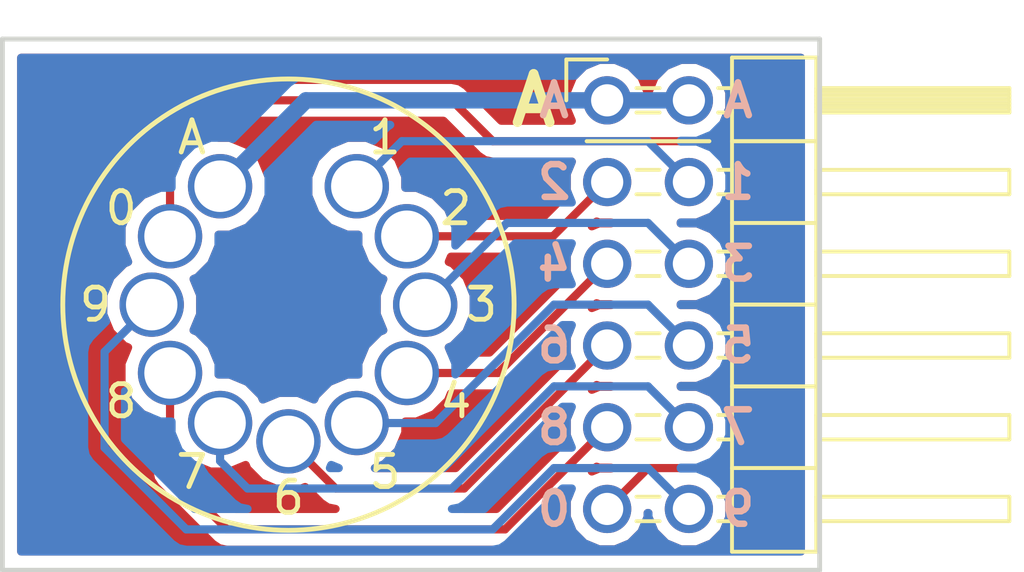
<source format=kicad_pcb>
(kicad_pcb (version 4) (host pcbnew 4.0.6)

  (general
    (links 12)
    (no_connects 0)
    (area 133.909999 93.904999 159.460001 110.565001)
    (thickness 1.6)
    (drawings 18)
    (tracks 48)
    (zones 0)
    (modules 2)
    (nets 12)
  )

  (page A4)
  (layers
    (0 F.Cu signal)
    (31 B.Cu signal)
    (36 B.SilkS user)
    (37 F.SilkS user)
    (38 B.Mask user)
    (39 F.Mask user)
    (44 Edge.Cuts user)
  )

  (setup
    (last_trace_width 0.508)
    (trace_clearance 0.1524)
    (zone_clearance 0.381)
    (zone_45_only yes)
    (trace_min 0.1524)
    (segment_width 0.2)
    (edge_width 0.15)
    (via_size 0.508)
    (via_drill 0.254)
    (via_min_size 0.508)
    (via_min_drill 0.254)
    (uvia_size 0.254)
    (uvia_drill 0.127)
    (uvias_allowed no)
    (uvia_min_size 0.254)
    (uvia_min_drill 0.127)
    (pcb_text_width 0.3)
    (pcb_text_size 1.5 1.5)
    (mod_edge_width 0.15)
    (mod_text_size 1 1)
    (mod_text_width 0.15)
    (pad_size 1.5 1.5)
    (pad_drill 1)
    (pad_to_mask_clearance 0.2)
    (aux_axis_origin 0 0)
    (visible_elements 7FFFFF7F)
    (pcbplotparams
      (layerselection 0x00030_80000001)
      (usegerberextensions false)
      (excludeedgelayer true)
      (linewidth 0.100000)
      (plotframeref false)
      (viasonmask false)
      (mode 1)
      (useauxorigin false)
      (hpglpennumber 1)
      (hpglpenspeed 20)
      (hpglpendiameter 15)
      (hpglpenoverlay 2)
      (psnegative false)
      (psa4output false)
      (plotreference true)
      (plotvalue true)
      (plotinvisibletext false)
      (padsonsilk false)
      (subtractmaskfromsilk false)
      (outputformat 1)
      (mirror false)
      (drillshape 1)
      (scaleselection 1)
      (outputdirectory ""))
  )

  (net 0 "")
  (net 1 /0)
  (net 2 /9)
  (net 3 /8)
  (net 4 /7)
  (net 5 /6)
  (net 6 /5)
  (net 7 /4)
  (net 8 /3)
  (net 9 /2)
  (net 10 /1)
  (net 11 /A)

  (net_class Default "This is the default net class."
    (clearance 0.1524)
    (trace_width 0.508)
    (via_dia 0.508)
    (via_drill 0.254)
    (uvia_dia 0.254)
    (uvia_drill 0.127)
    (add_net /A)
  )

  (net_class Cathode ""
    (clearance 0.1524)
    (trace_width 0.254)
    (via_dia 0.508)
    (via_drill 0.254)
    (uvia_dia 0.254)
    (uvia_drill 0.127)
    (add_net /0)
    (add_net /1)
    (add_net /2)
    (add_net /3)
    (add_net /4)
    (add_net /5)
    (add_net /6)
    (add_net /7)
    (add_net /8)
    (add_net /9)
  )

  (module "Custom Parts:IN-8" (layer F.Cu) (tedit 5913FEA4) (tstamp 59101982)
    (at 142.875 102.235)
    (path /590F8FF1)
    (fp_text reference T1 (at 0 0) (layer F.SilkS) hide
      (effects (font (size 1 1) (thickness 0.15)))
    )
    (fp_text value IN-8 (at 0 -1.27) (layer F.Fab) hide
      (effects (font (size 1 1) (thickness 0.15)))
    )
    (fp_circle (center 0 0) (end 6.985 -0.635) (layer F.SilkS) (width 0.15))
    (fp_text user 9 (at -6 0) (layer F.SilkS)
      (effects (font (size 1 1) (thickness 0.15)))
    )
    (fp_text user 8 (at -5.2 3) (layer F.SilkS)
      (effects (font (size 1 1) (thickness 0.15)))
    )
    (fp_text user 7 (at -3 5.2) (layer F.SilkS)
      (effects (font (size 1 1) (thickness 0.15)))
    )
    (fp_text user 6 (at 0 6) (layer F.SilkS)
      (effects (font (size 1 1) (thickness 0.15)))
    )
    (fp_text user 5 (at 3 5.2) (layer F.SilkS)
      (effects (font (size 1 1) (thickness 0.15)))
    )
    (fp_text user 4 (at 5.2 3) (layer F.SilkS)
      (effects (font (size 1 1) (thickness 0.15)))
    )
    (fp_text user 3 (at 6 0) (layer F.SilkS)
      (effects (font (size 1 1) (thickness 0.15)))
    )
    (fp_text user 2 (at 5.2 -3) (layer F.SilkS)
      (effects (font (size 1 1) (thickness 0.15)))
    )
    (fp_text user 1 (at 3 -5.2) (layer F.SilkS)
      (effects (font (size 1 1) (thickness 0.15)))
    )
    (fp_text user 0 (at -5.2 -3) (layer F.SilkS)
      (effects (font (size 1 1) (thickness 0.15)))
    )
    (fp_text user A (at -3 -5.2) (layer F.SilkS)
      (effects (font (size 1 1) (thickness 0.15)))
    )
    (pad 11 thru_hole circle (at -2.125 -3.68) (size 2 2) (drill 1.6) (layers *.Cu *.Mask)
      (net 11 /A))
    (pad 10 thru_hole circle (at -3.68 -2.125) (size 2 2) (drill 1.6) (layers *.Cu *.Mask)
      (net 1 /0))
    (pad 9 thru_hole circle (at -4.25 0) (size 2 2) (drill 1.6) (layers *.Cu *.Mask)
      (net 2 /9))
    (pad 8 thru_hole circle (at -3.68 2.125) (size 2 2) (drill 1.6) (layers *.Cu *.Mask)
      (net 3 /8))
    (pad 7 thru_hole circle (at -2.125 3.68) (size 2 2) (drill 1.6) (layers *.Cu *.Mask)
      (net 4 /7))
    (pad 6 thru_hole circle (at 0 4.25) (size 2 2) (drill 1.6) (layers *.Cu *.Mask)
      (net 5 /6))
    (pad 5 thru_hole circle (at 2.125 3.68) (size 2 2) (drill 1.6) (layers *.Cu *.Mask)
      (net 6 /5))
    (pad 4 thru_hole circle (at 3.68 2.125) (size 2 2) (drill 1.6) (layers *.Cu *.Mask)
      (net 7 /4))
    (pad 2 thru_hole circle (at 3.68 -2.125) (size 2 2) (drill 1.6) (layers *.Cu *.Mask)
      (net 9 /2))
    (pad 1 thru_hole circle (at 2.125 -3.68) (size 2 2) (drill 1.6) (layers *.Cu *.Mask)
      (net 10 /1))
    (pad 3 thru_hole circle (at 4.25 0) (size 2 2) (drill 1.6) (layers *.Cu *.Mask)
      (net 8 /3))
  )

  (module Pin_Headers:Pin_Header_Angled_2x06_Pitch2.54mm (layer F.Cu) (tedit 5913FEA6) (tstamp 59101967)
    (at 152.781 95.885)
    (descr "Through hole angled pin header, 2x06, 2.54mm pitch, 6mm pin length, double rows")
    (tags "Through hole angled pin header THT 2x06 2.54mm double row")
    (path /591006B6)
    (fp_text reference J1 (at 5.585 -2.27) (layer F.SilkS) hide
      (effects (font (size 1 1) (thickness 0.15)))
    )
    (fp_text value CONN_02X06 (at 5.585 14.97) (layer F.Fab) hide
      (effects (font (size 1 1) (thickness 0.15)))
    )
    (fp_line (start 3.94 -1.27) (end 3.94 1.27) (layer F.Fab) (width 0.1))
    (fp_line (start 3.94 1.27) (end 6.44 1.27) (layer F.Fab) (width 0.1))
    (fp_line (start 6.44 1.27) (end 6.44 -1.27) (layer F.Fab) (width 0.1))
    (fp_line (start 6.44 -1.27) (end 3.94 -1.27) (layer F.Fab) (width 0.1))
    (fp_line (start 0 -0.32) (end 0 0.32) (layer F.Fab) (width 0.1))
    (fp_line (start 0 0.32) (end 12.44 0.32) (layer F.Fab) (width 0.1))
    (fp_line (start 12.44 0.32) (end 12.44 -0.32) (layer F.Fab) (width 0.1))
    (fp_line (start 12.44 -0.32) (end 0 -0.32) (layer F.Fab) (width 0.1))
    (fp_line (start 3.94 1.27) (end 3.94 3.81) (layer F.Fab) (width 0.1))
    (fp_line (start 3.94 3.81) (end 6.44 3.81) (layer F.Fab) (width 0.1))
    (fp_line (start 6.44 3.81) (end 6.44 1.27) (layer F.Fab) (width 0.1))
    (fp_line (start 6.44 1.27) (end 3.94 1.27) (layer F.Fab) (width 0.1))
    (fp_line (start 0 2.22) (end 0 2.86) (layer F.Fab) (width 0.1))
    (fp_line (start 0 2.86) (end 12.44 2.86) (layer F.Fab) (width 0.1))
    (fp_line (start 12.44 2.86) (end 12.44 2.22) (layer F.Fab) (width 0.1))
    (fp_line (start 12.44 2.22) (end 0 2.22) (layer F.Fab) (width 0.1))
    (fp_line (start 3.94 3.81) (end 3.94 6.35) (layer F.Fab) (width 0.1))
    (fp_line (start 3.94 6.35) (end 6.44 6.35) (layer F.Fab) (width 0.1))
    (fp_line (start 6.44 6.35) (end 6.44 3.81) (layer F.Fab) (width 0.1))
    (fp_line (start 6.44 3.81) (end 3.94 3.81) (layer F.Fab) (width 0.1))
    (fp_line (start 0 4.76) (end 0 5.4) (layer F.Fab) (width 0.1))
    (fp_line (start 0 5.4) (end 12.44 5.4) (layer F.Fab) (width 0.1))
    (fp_line (start 12.44 5.4) (end 12.44 4.76) (layer F.Fab) (width 0.1))
    (fp_line (start 12.44 4.76) (end 0 4.76) (layer F.Fab) (width 0.1))
    (fp_line (start 3.94 6.35) (end 3.94 8.89) (layer F.Fab) (width 0.1))
    (fp_line (start 3.94 8.89) (end 6.44 8.89) (layer F.Fab) (width 0.1))
    (fp_line (start 6.44 8.89) (end 6.44 6.35) (layer F.Fab) (width 0.1))
    (fp_line (start 6.44 6.35) (end 3.94 6.35) (layer F.Fab) (width 0.1))
    (fp_line (start 0 7.3) (end 0 7.94) (layer F.Fab) (width 0.1))
    (fp_line (start 0 7.94) (end 12.44 7.94) (layer F.Fab) (width 0.1))
    (fp_line (start 12.44 7.94) (end 12.44 7.3) (layer F.Fab) (width 0.1))
    (fp_line (start 12.44 7.3) (end 0 7.3) (layer F.Fab) (width 0.1))
    (fp_line (start 3.94 8.89) (end 3.94 11.43) (layer F.Fab) (width 0.1))
    (fp_line (start 3.94 11.43) (end 6.44 11.43) (layer F.Fab) (width 0.1))
    (fp_line (start 6.44 11.43) (end 6.44 8.89) (layer F.Fab) (width 0.1))
    (fp_line (start 6.44 8.89) (end 3.94 8.89) (layer F.Fab) (width 0.1))
    (fp_line (start 0 9.84) (end 0 10.48) (layer F.Fab) (width 0.1))
    (fp_line (start 0 10.48) (end 12.44 10.48) (layer F.Fab) (width 0.1))
    (fp_line (start 12.44 10.48) (end 12.44 9.84) (layer F.Fab) (width 0.1))
    (fp_line (start 12.44 9.84) (end 0 9.84) (layer F.Fab) (width 0.1))
    (fp_line (start 3.94 11.43) (end 3.94 13.97) (layer F.Fab) (width 0.1))
    (fp_line (start 3.94 13.97) (end 6.44 13.97) (layer F.Fab) (width 0.1))
    (fp_line (start 6.44 13.97) (end 6.44 11.43) (layer F.Fab) (width 0.1))
    (fp_line (start 6.44 11.43) (end 3.94 11.43) (layer F.Fab) (width 0.1))
    (fp_line (start 0 12.38) (end 0 13.02) (layer F.Fab) (width 0.1))
    (fp_line (start 0 13.02) (end 12.44 13.02) (layer F.Fab) (width 0.1))
    (fp_line (start 12.44 13.02) (end 12.44 12.38) (layer F.Fab) (width 0.1))
    (fp_line (start 12.44 12.38) (end 0 12.38) (layer F.Fab) (width 0.1))
    (fp_line (start 3.88 -1.33) (end 3.88 1.27) (layer F.SilkS) (width 0.12))
    (fp_line (start 3.88 1.27) (end 6.5 1.27) (layer F.SilkS) (width 0.12))
    (fp_line (start 6.5 1.27) (end 6.5 -1.33) (layer F.SilkS) (width 0.12))
    (fp_line (start 6.5 -1.33) (end 3.88 -1.33) (layer F.SilkS) (width 0.12))
    (fp_line (start 6.5 -0.38) (end 6.5 0.38) (layer F.SilkS) (width 0.12))
    (fp_line (start 6.5 0.38) (end 12.5 0.38) (layer F.SilkS) (width 0.12))
    (fp_line (start 12.5 0.38) (end 12.5 -0.38) (layer F.SilkS) (width 0.12))
    (fp_line (start 12.5 -0.38) (end 6.5 -0.38) (layer F.SilkS) (width 0.12))
    (fp_line (start 3.45 -0.38) (end 3.88 -0.38) (layer F.SilkS) (width 0.12))
    (fp_line (start 3.45 0.38) (end 3.88 0.38) (layer F.SilkS) (width 0.12))
    (fp_line (start 0.91 -0.38) (end 1.63 -0.38) (layer F.SilkS) (width 0.12))
    (fp_line (start 0.91 0.38) (end 1.63 0.38) (layer F.SilkS) (width 0.12))
    (fp_line (start 6.5 -0.26) (end 12.5 -0.26) (layer F.SilkS) (width 0.12))
    (fp_line (start 6.5 -0.14) (end 12.5 -0.14) (layer F.SilkS) (width 0.12))
    (fp_line (start 6.5 -0.02) (end 12.5 -0.02) (layer F.SilkS) (width 0.12))
    (fp_line (start 6.5 0.1) (end 12.5 0.1) (layer F.SilkS) (width 0.12))
    (fp_line (start 6.5 0.22) (end 12.5 0.22) (layer F.SilkS) (width 0.12))
    (fp_line (start 6.5 0.34) (end 12.5 0.34) (layer F.SilkS) (width 0.12))
    (fp_line (start 3.88 1.27) (end 3.88 3.81) (layer F.SilkS) (width 0.12))
    (fp_line (start 3.88 3.81) (end 6.5 3.81) (layer F.SilkS) (width 0.12))
    (fp_line (start 6.5 3.81) (end 6.5 1.27) (layer F.SilkS) (width 0.12))
    (fp_line (start 6.5 1.27) (end 3.88 1.27) (layer F.SilkS) (width 0.12))
    (fp_line (start 6.5 2.16) (end 6.5 2.92) (layer F.SilkS) (width 0.12))
    (fp_line (start 6.5 2.92) (end 12.5 2.92) (layer F.SilkS) (width 0.12))
    (fp_line (start 12.5 2.92) (end 12.5 2.16) (layer F.SilkS) (width 0.12))
    (fp_line (start 12.5 2.16) (end 6.5 2.16) (layer F.SilkS) (width 0.12))
    (fp_line (start 3.45 2.16) (end 3.88 2.16) (layer F.SilkS) (width 0.12))
    (fp_line (start 3.45 2.92) (end 3.88 2.92) (layer F.SilkS) (width 0.12))
    (fp_line (start 0.91 2.16) (end 1.63 2.16) (layer F.SilkS) (width 0.12))
    (fp_line (start 0.91 2.92) (end 1.63 2.92) (layer F.SilkS) (width 0.12))
    (fp_line (start 3.88 3.81) (end 3.88 6.35) (layer F.SilkS) (width 0.12))
    (fp_line (start 3.88 6.35) (end 6.5 6.35) (layer F.SilkS) (width 0.12))
    (fp_line (start 6.5 6.35) (end 6.5 3.81) (layer F.SilkS) (width 0.12))
    (fp_line (start 6.5 3.81) (end 3.88 3.81) (layer F.SilkS) (width 0.12))
    (fp_line (start 6.5 4.7) (end 6.5 5.46) (layer F.SilkS) (width 0.12))
    (fp_line (start 6.5 5.46) (end 12.5 5.46) (layer F.SilkS) (width 0.12))
    (fp_line (start 12.5 5.46) (end 12.5 4.7) (layer F.SilkS) (width 0.12))
    (fp_line (start 12.5 4.7) (end 6.5 4.7) (layer F.SilkS) (width 0.12))
    (fp_line (start 3.45 4.7) (end 3.88 4.7) (layer F.SilkS) (width 0.12))
    (fp_line (start 3.45 5.46) (end 3.88 5.46) (layer F.SilkS) (width 0.12))
    (fp_line (start 0.91 4.7) (end 1.63 4.7) (layer F.SilkS) (width 0.12))
    (fp_line (start 0.91 5.46) (end 1.63 5.46) (layer F.SilkS) (width 0.12))
    (fp_line (start 3.88 6.35) (end 3.88 8.89) (layer F.SilkS) (width 0.12))
    (fp_line (start 3.88 8.89) (end 6.5 8.89) (layer F.SilkS) (width 0.12))
    (fp_line (start 6.5 8.89) (end 6.5 6.35) (layer F.SilkS) (width 0.12))
    (fp_line (start 6.5 6.35) (end 3.88 6.35) (layer F.SilkS) (width 0.12))
    (fp_line (start 6.5 7.24) (end 6.5 8) (layer F.SilkS) (width 0.12))
    (fp_line (start 6.5 8) (end 12.5 8) (layer F.SilkS) (width 0.12))
    (fp_line (start 12.5 8) (end 12.5 7.24) (layer F.SilkS) (width 0.12))
    (fp_line (start 12.5 7.24) (end 6.5 7.24) (layer F.SilkS) (width 0.12))
    (fp_line (start 3.45 7.24) (end 3.88 7.24) (layer F.SilkS) (width 0.12))
    (fp_line (start 3.45 8) (end 3.88 8) (layer F.SilkS) (width 0.12))
    (fp_line (start 0.91 7.24) (end 1.63 7.24) (layer F.SilkS) (width 0.12))
    (fp_line (start 0.91 8) (end 1.63 8) (layer F.SilkS) (width 0.12))
    (fp_line (start 3.88 8.89) (end 3.88 11.43) (layer F.SilkS) (width 0.12))
    (fp_line (start 3.88 11.43) (end 6.5 11.43) (layer F.SilkS) (width 0.12))
    (fp_line (start 6.5 11.43) (end 6.5 8.89) (layer F.SilkS) (width 0.12))
    (fp_line (start 6.5 8.89) (end 3.88 8.89) (layer F.SilkS) (width 0.12))
    (fp_line (start 6.5 9.78) (end 6.5 10.54) (layer F.SilkS) (width 0.12))
    (fp_line (start 6.5 10.54) (end 12.5 10.54) (layer F.SilkS) (width 0.12))
    (fp_line (start 12.5 10.54) (end 12.5 9.78) (layer F.SilkS) (width 0.12))
    (fp_line (start 12.5 9.78) (end 6.5 9.78) (layer F.SilkS) (width 0.12))
    (fp_line (start 3.45 9.78) (end 3.88 9.78) (layer F.SilkS) (width 0.12))
    (fp_line (start 3.45 10.54) (end 3.88 10.54) (layer F.SilkS) (width 0.12))
    (fp_line (start 0.91 9.78) (end 1.63 9.78) (layer F.SilkS) (width 0.12))
    (fp_line (start 0.91 10.54) (end 1.63 10.54) (layer F.SilkS) (width 0.12))
    (fp_line (start 3.88 11.43) (end 3.88 14.03) (layer F.SilkS) (width 0.12))
    (fp_line (start 3.88 14.03) (end 6.5 14.03) (layer F.SilkS) (width 0.12))
    (fp_line (start 6.5 14.03) (end 6.5 11.43) (layer F.SilkS) (width 0.12))
    (fp_line (start 6.5 11.43) (end 3.88 11.43) (layer F.SilkS) (width 0.12))
    (fp_line (start 6.5 12.32) (end 6.5 13.08) (layer F.SilkS) (width 0.12))
    (fp_line (start 6.5 13.08) (end 12.5 13.08) (layer F.SilkS) (width 0.12))
    (fp_line (start 12.5 13.08) (end 12.5 12.32) (layer F.SilkS) (width 0.12))
    (fp_line (start 12.5 12.32) (end 6.5 12.32) (layer F.SilkS) (width 0.12))
    (fp_line (start 3.45 12.32) (end 3.88 12.32) (layer F.SilkS) (width 0.12))
    (fp_line (start 3.45 13.08) (end 3.88 13.08) (layer F.SilkS) (width 0.12))
    (fp_line (start 0.91 12.32) (end 1.63 12.32) (layer F.SilkS) (width 0.12))
    (fp_line (start 0.91 13.08) (end 1.63 13.08) (layer F.SilkS) (width 0.12))
    (fp_line (start -1.27 0) (end -1.27 -1.27) (layer F.SilkS) (width 0.12))
    (fp_line (start -1.27 -1.27) (end 0 -1.27) (layer F.SilkS) (width 0.12))
    (fp_line (start -1.8 -1.8) (end -1.8 14.5) (layer F.CrtYd) (width 0.05))
    (fp_line (start -1.8 14.5) (end 12.95 14.5) (layer F.CrtYd) (width 0.05))
    (fp_line (start 12.95 14.5) (end 12.95 -1.8) (layer F.CrtYd) (width 0.05))
    (fp_line (start 12.95 -1.8) (end -1.8 -1.8) (layer F.CrtYd) (width 0.05))
    (fp_text user %R (at 5.585 -2.27) (layer F.Fab)
      (effects (font (size 1 1) (thickness 0.15)))
    )
    (pad 1 thru_hole circle (at 0 0) (size 1.5 1.5) (drill 1) (layers *.Cu *.Mask)
      (net 11 /A))
    (pad 2 thru_hole circle (at 2.54 0) (size 1.5 1.5) (drill 1) (layers *.Cu *.Mask)
      (net 11 /A))
    (pad 3 thru_hole circle (at 0 2.54) (size 1.5 1.5) (drill 1) (layers *.Cu *.Mask)
      (net 9 /2))
    (pad 4 thru_hole circle (at 2.54 2.54) (size 1.5 1.5) (drill 1) (layers *.Cu *.Mask)
      (net 10 /1))
    (pad 5 thru_hole circle (at 0 5.08) (size 1.5 1.5) (drill 1) (layers *.Cu *.Mask)
      (net 7 /4))
    (pad 6 thru_hole circle (at 2.54 5.08) (size 1.5 1.5) (drill 1) (layers *.Cu *.Mask)
      (net 8 /3))
    (pad 7 thru_hole circle (at 0 7.62) (size 1.5 1.5) (drill 1) (layers *.Cu *.Mask)
      (net 5 /6))
    (pad 8 thru_hole circle (at 2.54 7.62) (size 1.5 1.5) (drill 1) (layers *.Cu *.Mask)
      (net 6 /5))
    (pad 9 thru_hole circle (at 0 10.16) (size 1.5 1.5) (drill 1) (layers *.Cu *.Mask)
      (net 3 /8))
    (pad 10 thru_hole circle (at 2.54 10.16) (size 1.5 1.5) (drill 1) (layers *.Cu *.Mask)
      (net 4 /7))
    (pad 11 thru_hole circle (at 0 12.7) (size 1.5 1.5) (drill 1) (layers *.Cu *.Mask)
      (net 1 /0))
    (pad 12 thru_hole circle (at 2.54 12.7) (size 1.5 1.5) (drill 1) (layers *.Cu *.Mask)
      (net 2 /9))
    (model ${KISYS3DMOD}/Pin_Headers.3dshapes/Pin_Header_Angled_2x06_Pitch2.54mm.wrl
      (at (xyz 0.05 -0.25 0))
      (scale (xyz 1 1 1))
      (rotate (xyz 0 0 90))
    )
  )

  (gr_line (start 133.985 93.98) (end 133.985 110.49) (angle 90) (layer Edge.Cuts) (width 0.15))
  (gr_line (start 159.385 93.98) (end 159.385 110.49) (angle 90) (layer Edge.Cuts) (width 0.15))
  (gr_text A (at 151.13 95.885) (layer B.SilkS)
    (effects (font (size 1.016 1.016) (thickness 0.2032)) (justify mirror))
  )
  (gr_text A (at 156.845 95.885) (layer B.SilkS)
    (effects (font (size 1.016 1.016) (thickness 0.2032)) (justify mirror))
  )
  (gr_text 1 (at 156.845 98.425) (layer B.SilkS)
    (effects (font (size 1.016 1.016) (thickness 0.2032)) (justify mirror))
  )
  (gr_text 3 (at 156.845 100.965) (layer B.SilkS)
    (effects (font (size 1.016 1.016) (thickness 0.2032)) (justify mirror))
  )
  (gr_text 5 (at 156.845 103.505) (layer B.SilkS)
    (effects (font (size 1.016 1.016) (thickness 0.2032)) (justify mirror))
  )
  (gr_text 7 (at 156.845 106.045) (layer B.SilkS)
    (effects (font (size 1.016 1.016) (thickness 0.2032)) (justify mirror))
  )
  (gr_text 9 (at 156.845 108.585) (layer B.SilkS)
    (effects (font (size 1.016 1.016) (thickness 0.2032)) (justify mirror))
  )
  (gr_text 0 (at 151.13 108.585) (layer B.SilkS)
    (effects (font (size 1.016 1.016) (thickness 0.2032)) (justify mirror))
  )
  (gr_text 8 (at 151.13 106.045) (layer B.SilkS)
    (effects (font (size 1.016 1.016) (thickness 0.2032)) (justify mirror))
  )
  (gr_text 6 (at 151.13 103.505) (layer B.SilkS)
    (effects (font (size 1.016 1.016) (thickness 0.2032)) (justify mirror))
  )
  (gr_text 4 (at 151.13 100.965) (layer B.SilkS)
    (effects (font (size 1.016 1.016) (thickness 0.2032)) (justify mirror))
  )
  (gr_text 2 (at 151.13 98.425) (layer B.SilkS)
    (effects (font (size 1.016 1.016) (thickness 0.2032)) (justify mirror))
  )
  (gr_line (start 152.146 97.155) (end 155.956 97.155) (angle 90) (layer F.SilkS) (width 0.127))
  (gr_text A (at 150.495 95.885) (layer F.SilkS)
    (effects (font (size 1.5 1.5) (thickness 0.3)))
  )
  (gr_line (start 159.385 93.98) (end 133.985 93.98) (angle 90) (layer Edge.Cuts) (width 0.15))
  (gr_line (start 133.985 110.49) (end 159.385 110.49) (angle 90) (layer Edge.Cuts) (width 0.15))

  (segment (start 144.145 95.885) (end 140.97 95.885) (width 0.254) (layer F.Cu) (net 1))
  (segment (start 139.195 97.66) (end 139.195 100.11) (width 0.254) (layer F.Cu) (net 1) (tstamp 59102864))
  (segment (start 140.97 95.885) (end 139.195 97.66) (width 0.254) (layer F.Cu) (net 1) (tstamp 59102863))
  (segment (start 152.781 108.585) (end 154.051 107.315) (width 0.254) (layer F.Cu) (net 1))
  (segment (start 147.955 95.885) (end 144.145 95.885) (width 0.254) (layer F.Cu) (net 1) (tstamp 59102839))
  (segment (start 149.225 97.155) (end 147.955 95.885) (width 0.254) (layer F.Cu) (net 1) (tstamp 59102838))
  (segment (start 156.21 97.155) (end 149.225 97.155) (width 0.254) (layer F.Cu) (net 1) (tstamp 59102837))
  (segment (start 156.845 97.79) (end 156.21 97.155) (width 0.254) (layer F.Cu) (net 1) (tstamp 59102836))
  (segment (start 156.845 106.68) (end 156.845 97.79) (width 0.254) (layer F.Cu) (net 1) (tstamp 59102835))
  (segment (start 156.21 107.315) (end 156.845 106.68) (width 0.254) (layer F.Cu) (net 1) (tstamp 59102834))
  (segment (start 154.051 107.315) (end 156.21 107.315) (width 0.254) (layer F.Cu) (net 1) (tstamp 59102832))
  (segment (start 155.321 108.585) (end 154.051 107.315) (width 0.254) (layer B.Cu) (net 2))
  (segment (start 137.16 103.7) (end 138.625 102.235) (width 0.254) (layer B.Cu) (net 2) (tstamp 5910279D))
  (segment (start 137.16 106.68) (end 137.16 103.7) (width 0.254) (layer B.Cu) (net 2) (tstamp 5910279B))
  (segment (start 139.7 109.22) (end 137.16 106.68) (width 0.254) (layer B.Cu) (net 2) (tstamp 59102799))
  (segment (start 149.225 109.22) (end 139.7 109.22) (width 0.254) (layer B.Cu) (net 2) (tstamp 59102797))
  (segment (start 151.13 107.315) (end 149.225 109.22) (width 0.254) (layer B.Cu) (net 2) (tstamp 59102795))
  (segment (start 154.051 107.315) (end 151.13 107.315) (width 0.254) (layer B.Cu) (net 2) (tstamp 59102793))
  (segment (start 152.781 106.045) (end 149.606 109.22) (width 0.254) (layer F.Cu) (net 3))
  (segment (start 139.195 107.445) (end 139.195 104.36) (width 0.254) (layer F.Cu) (net 3) (tstamp 591027D8))
  (segment (start 140.97 109.22) (end 139.195 107.445) (width 0.254) (layer F.Cu) (net 3) (tstamp 591027D6))
  (segment (start 149.606 109.22) (end 140.97 109.22) (width 0.254) (layer F.Cu) (net 3) (tstamp 591027D4))
  (segment (start 155.321 106.045) (end 154.051 104.775) (width 0.254) (layer B.Cu) (net 4))
  (segment (start 140.75 107.095) (end 140.75 105.915) (width 0.254) (layer B.Cu) (net 4) (tstamp 59102790))
  (segment (start 141.605 107.95) (end 140.75 107.095) (width 0.254) (layer B.Cu) (net 4) (tstamp 5910278F))
  (segment (start 147.955 107.95) (end 141.605 107.95) (width 0.254) (layer B.Cu) (net 4) (tstamp 5910278D))
  (segment (start 151.13 104.775) (end 147.955 107.95) (width 0.254) (layer B.Cu) (net 4) (tstamp 5910278B))
  (segment (start 154.051 104.775) (end 151.13 104.775) (width 0.254) (layer B.Cu) (net 4) (tstamp 59102789))
  (segment (start 152.781 103.505) (end 148.336 107.95) (width 0.254) (layer F.Cu) (net 5))
  (segment (start 144.34 107.95) (end 142.875 106.485) (width 0.254) (layer F.Cu) (net 5) (tstamp 591027FB))
  (segment (start 148.336 107.95) (end 144.34 107.95) (width 0.254) (layer F.Cu) (net 5) (tstamp 591027F9))
  (segment (start 155.321 103.505) (end 154.051 102.235) (width 0.254) (layer B.Cu) (net 6))
  (segment (start 147.45 105.915) (end 145 105.915) (width 0.254) (layer B.Cu) (net 6) (tstamp 59102785))
  (segment (start 151.13 102.235) (end 147.45 105.915) (width 0.254) (layer B.Cu) (net 6) (tstamp 59102783))
  (segment (start 154.051 102.235) (end 151.13 102.235) (width 0.254) (layer B.Cu) (net 6) (tstamp 59102781))
  (segment (start 149.386 104.36) (end 147.19 104.36) (width 0.254) (layer F.Cu) (net 7) (tstamp 59101CC8) (status 20))
  (segment (start 152.781 100.965) (end 149.386 104.36) (width 0.254) (layer F.Cu) (net 7))
  (segment (start 155.321 100.965) (end 154.051 99.695) (width 0.254) (layer B.Cu) (net 8))
  (segment (start 149.665 99.695) (end 147.125 102.235) (width 0.254) (layer B.Cu) (net 8) (tstamp 5910277D))
  (segment (start 154.051 99.695) (end 149.665 99.695) (width 0.254) (layer B.Cu) (net 8) (tstamp 5910277B))
  (segment (start 152.781 98.425) (end 151.096 100.11) (width 0.254) (layer F.Cu) (net 9))
  (segment (start 151.096 100.11) (end 147.19 100.11) (width 0.254) (layer F.Cu) (net 9) (tstamp 59101CC4) (status 20))
  (segment (start 155.321 98.425) (end 154.051 97.155) (width 0.254) (layer B.Cu) (net 10))
  (segment (start 146.4 97.155) (end 145 98.555) (width 0.254) (layer B.Cu) (net 10) (tstamp 59102777))
  (segment (start 154.051 97.155) (end 146.4 97.155) (width 0.254) (layer B.Cu) (net 10) (tstamp 59102775))
  (segment (start 152.781 95.885) (end 143.42 95.885) (width 0.508) (layer B.Cu) (net 11))
  (segment (start 143.42 95.885) (end 140.75 98.555) (width 0.508) (layer B.Cu) (net 11) (tstamp 59102761))
  (segment (start 155.321 95.885) (end 152.781 95.885) (width 0.508) (layer B.Cu) (net 11))

  (zone (net 0) (net_name "") (layer F.Cu) (tstamp 59101E99) (hatch edge 0.508)
    (connect_pads (clearance 0.508))
    (min_thickness 0.254)
    (keepout (tracks allowed) (vias allowed) (copperpour not_allowed))
    (fill (arc_segments 16) (thermal_gap 0.508) (thermal_bridge_width 0.508))
    (polygon
      (pts
        (xy 154.94 108.585) (xy 153.035 108.585) (xy 153.035 95.885) (xy 154.94 95.885)
      )
    )
  )
  (zone (net 0) (net_name "") (layer B.Cu) (tstamp 59101E9B) (hatch edge 0.508)
    (connect_pads (clearance 0.508))
    (min_thickness 0.254)
    (keepout (tracks allowed) (vias allowed) (copperpour not_allowed))
    (fill (arc_segments 16) (thermal_gap 0.508) (thermal_bridge_width 0.508))
    (polygon
      (pts
        (xy 154.94 108.585) (xy 153.035 108.585) (xy 153.035 95.885) (xy 154.94 95.885)
      )
    )
  )
  (zone (net 0) (net_name "") (layer F.Cu) (tstamp 5913FE8A) (hatch edge 0.508)
    (connect_pads (clearance 0.381))
    (min_thickness 0.254)
    (fill yes (arc_segments 16) (thermal_gap 0.508) (thermal_bridge_width 0.508))
    (polygon
      (pts
        (xy 159.385 110.49) (xy 133.985 110.49) (xy 133.985 93.98) (xy 159.385 93.98)
      )
    )
    (filled_polygon
      (pts
        (xy 158.802 109.907) (xy 134.568 109.907) (xy 134.568 102.533644) (xy 137.116739 102.533644) (xy 137.345835 103.088097)
        (xy 137.769672 103.512674) (xy 137.892777 103.563792) (xy 137.687263 104.058724) (xy 137.686739 104.658644) (xy 137.915835 105.213097)
        (xy 138.339672 105.637674) (xy 138.56 105.729162) (xy 138.56 107.445) (xy 138.608336 107.688004) (xy 138.745987 107.894013)
        (xy 140.520987 109.669013) (xy 140.726996 109.806664) (xy 140.97 109.855) (xy 149.606 109.855) (xy 149.849004 109.806664)
        (xy 150.055013 109.669013) (xy 151.617564 108.106462) (xy 151.523219 108.33367) (xy 151.522782 108.834134) (xy 151.713897 109.296669)
        (xy 152.06747 109.650859) (xy 152.52967 109.842781) (xy 153.030134 109.843218) (xy 153.492669 109.652103) (xy 153.846859 109.29853)
        (xy 154.038781 108.83633) (xy 154.03889 108.712) (xy 154.062889 108.712) (xy 154.062782 108.834134) (xy 154.253897 109.296669)
        (xy 154.60747 109.650859) (xy 155.06967 109.842781) (xy 155.570134 109.843218) (xy 156.032669 109.652103) (xy 156.386859 109.29853)
        (xy 156.578781 108.83633) (xy 156.579218 108.335866) (xy 156.40385 107.911441) (xy 156.453004 107.901664) (xy 156.659013 107.764013)
        (xy 157.294013 107.129013) (xy 157.431664 106.923004) (xy 157.480001 106.68) (xy 157.48 106.679995) (xy 157.48 97.790005)
        (xy 157.480001 97.79) (xy 157.431664 97.546996) (xy 157.294013 97.340987) (xy 156.659013 96.705987) (xy 156.453004 96.568336)
        (xy 156.403487 96.558486) (xy 156.578781 96.13633) (xy 156.579218 95.635866) (xy 156.388103 95.173331) (xy 156.03453 94.819141)
        (xy 155.57233 94.627219) (xy 155.071866 94.626782) (xy 154.609331 94.817897) (xy 154.255141 95.17147) (xy 154.063219 95.63367)
        (xy 154.06311 95.758) (xy 154.039111 95.758) (xy 154.039218 95.635866) (xy 153.848103 95.173331) (xy 153.49453 94.819141)
        (xy 153.03233 94.627219) (xy 152.531866 94.626782) (xy 152.069331 94.817897) (xy 151.715141 95.17147) (xy 151.523219 95.63367)
        (xy 151.522782 96.134134) (xy 151.682218 96.52) (xy 149.488026 96.52) (xy 148.404013 95.435987) (xy 148.198004 95.298336)
        (xy 147.955 95.25) (xy 140.97 95.25) (xy 140.726996 95.298336) (xy 140.520987 95.435987) (xy 138.745987 97.210987)
        (xy 138.608336 97.416996) (xy 138.56 97.66) (xy 138.56 98.740719) (xy 138.341903 98.830835) (xy 137.917326 99.254672)
        (xy 137.687263 99.808724) (xy 137.686739 100.408644) (xy 137.892282 100.906095) (xy 137.771903 100.955835) (xy 137.347326 101.379672)
        (xy 137.117263 101.933724) (xy 137.116739 102.533644) (xy 134.568 102.533644) (xy 134.568 94.563) (xy 158.802 94.563)
      )
    )
    (filled_polygon
      (pts
        (xy 151.523219 105.79367) (xy 151.522782 106.294134) (xy 151.555253 106.372721) (xy 149.342974 108.585) (xy 148.336 108.585)
        (xy 148.579004 108.536664) (xy 148.785013 108.399013) (xy 151.617564 105.566462)
      )
    )
    (filled_polygon
      (pts
        (xy 139.894672 107.192674) (xy 140.448724 107.422737) (xy 141.048644 107.423261) (xy 141.546095 107.217718) (xy 141.595835 107.338097)
        (xy 142.019672 107.762674) (xy 142.573724 107.992737) (xy 143.173644 107.993261) (xy 143.394131 107.902157) (xy 143.890987 108.399013)
        (xy 144.096996 108.536664) (xy 144.34 108.585) (xy 141.233026 108.585) (xy 139.83 107.181974) (xy 139.83 107.127889)
      )
    )
    (filled_polygon
      (pts
        (xy 152.52967 107.302781) (xy 152.908 107.303111) (xy 152.908 107.32711) (xy 152.531866 107.326782) (xy 152.302453 107.421573)
        (xy 152.453057 107.270969)
      )
    )
    (filled_polygon
      (pts
        (xy 151.523219 103.25367) (xy 151.522782 103.754134) (xy 151.555253 103.832721) (xy 148.072974 107.315) (xy 145.560655 107.315)
        (xy 145.853097 107.194165) (xy 146.277674 106.770328) (xy 146.507737 106.216276) (xy 146.508041 105.867959) (xy 146.853644 105.868261)
        (xy 147.408097 105.639165) (xy 147.832674 105.215328) (xy 147.924162 104.995) (xy 149.386 104.995) (xy 149.629004 104.946664)
        (xy 149.835013 104.809013) (xy 151.617564 103.026462)
      )
    )
    (filled_polygon
      (pts
        (xy 148.775987 97.604013) (xy 148.981996 97.741664) (xy 149.225 97.79) (xy 151.682533 97.79) (xy 151.523219 98.17367)
        (xy 151.522782 98.674134) (xy 151.555253 98.752721) (xy 150.832974 99.475) (xy 147.924281 99.475) (xy 147.834165 99.256903)
        (xy 147.410328 98.832326) (xy 146.856276 98.602263) (xy 146.507959 98.601959) (xy 146.508261 98.256356) (xy 146.279165 97.701903)
        (xy 145.855328 97.277326) (xy 145.301276 97.047263) (xy 144.701356 97.046739) (xy 144.146903 97.275835) (xy 143.722326 97.699672)
        (xy 143.492263 98.253724) (xy 143.491739 98.853644) (xy 143.720835 99.408097) (xy 144.144672 99.832674) (xy 144.698724 100.062737)
        (xy 145.047041 100.063041) (xy 145.046739 100.408644) (xy 145.275835 100.963097) (xy 145.699672 101.387674) (xy 145.822777 101.438792)
        (xy 145.617263 101.933724) (xy 145.616739 102.533644) (xy 145.822282 103.031095) (xy 145.701903 103.080835) (xy 145.277326 103.504672)
        (xy 145.047263 104.058724) (xy 145.046959 104.407041) (xy 144.701356 104.406739) (xy 144.146903 104.635835) (xy 143.722326 105.059672)
        (xy 143.671208 105.182777) (xy 143.176276 104.977263) (xy 142.576356 104.976739) (xy 142.078905 105.182282) (xy 142.029165 105.061903)
        (xy 141.605328 104.637326) (xy 141.051276 104.407263) (xy 140.702959 104.406959) (xy 140.703261 104.061356) (xy 140.474165 103.506903)
        (xy 140.050328 103.082326) (xy 139.927223 103.031208) (xy 140.132737 102.536276) (xy 140.133261 101.936356) (xy 139.927718 101.438905)
        (xy 140.048097 101.389165) (xy 140.472674 100.965328) (xy 140.702737 100.411276) (xy 140.703041 100.062959) (xy 141.048644 100.063261)
        (xy 141.603097 99.834165) (xy 142.027674 99.410328) (xy 142.257737 98.856276) (xy 142.258261 98.256356) (xy 142.029165 97.701903)
        (xy 141.605328 97.277326) (xy 141.051276 97.047263) (xy 140.706065 97.046961) (xy 141.233026 96.52) (xy 147.691974 96.52)
      )
    )
    (filled_polygon
      (pts
        (xy 156.21 105.154917) (xy 156.03453 104.979141) (xy 155.57233 104.787219) (xy 155.071866 104.786782) (xy 155.067 104.788793)
        (xy 155.067 104.761672) (xy 155.06967 104.762781) (xy 155.570134 104.763218) (xy 156.032669 104.572103) (xy 156.21 104.395081)
      )
    )
    (filled_polygon
      (pts
        (xy 152.52967 104.762781) (xy 152.908 104.763111) (xy 152.908 104.78711) (xy 152.531866 104.786782) (xy 152.302453 104.881573)
        (xy 152.453057 104.730969)
      )
    )
    (filled_polygon
      (pts
        (xy 151.523219 100.71367) (xy 151.522782 101.214134) (xy 151.555253 101.292721) (xy 149.122974 103.725) (xy 147.924281 103.725)
        (xy 147.857718 103.563905) (xy 147.978097 103.514165) (xy 148.402674 103.090328) (xy 148.632737 102.536276) (xy 148.633261 101.936356)
        (xy 148.404165 101.381903) (xy 147.980328 100.957326) (xy 147.857223 100.906208) (xy 147.924162 100.745) (xy 151.096 100.745)
        (xy 151.339004 100.696664) (xy 151.545013 100.559013) (xy 151.617564 100.486462)
      )
    )
    (filled_polygon
      (pts
        (xy 156.21 102.614917) (xy 156.03453 102.439141) (xy 155.57233 102.247219) (xy 155.071866 102.246782) (xy 155.067 102.248793)
        (xy 155.067 102.221672) (xy 155.06967 102.222781) (xy 155.570134 102.223218) (xy 156.032669 102.032103) (xy 156.21 101.855081)
      )
    )
    (filled_polygon
      (pts
        (xy 152.52967 102.222781) (xy 152.908 102.223111) (xy 152.908 102.24711) (xy 152.531866 102.246782) (xy 152.302453 102.341573)
        (xy 152.453057 102.190969)
      )
    )
    (filled_polygon
      (pts
        (xy 156.21 100.074917) (xy 156.03453 99.899141) (xy 155.57233 99.707219) (xy 155.071866 99.706782) (xy 155.067 99.708793)
        (xy 155.067 99.681672) (xy 155.06967 99.682781) (xy 155.570134 99.683218) (xy 156.032669 99.492103) (xy 156.21 99.315081)
      )
    )
    (filled_polygon
      (pts
        (xy 152.52967 99.682781) (xy 152.908 99.683111) (xy 152.908 99.70711) (xy 152.531866 99.706782) (xy 152.302453 99.801573)
        (xy 152.453057 99.650969)
      )
    )
  )
  (zone (net 0) (net_name "") (layer B.Cu) (tstamp 5913FE95) (hatch edge 0.508)
    (connect_pads (clearance 0.381))
    (min_thickness 0.254)
    (fill yes (arc_segments 16) (thermal_gap 0.508) (thermal_bridge_width 0.508))
    (polygon
      (pts
        (xy 159.385 110.49) (xy 133.985 110.49) (xy 133.985 93.98) (xy 159.385 93.98)
      )
    )
    (filled_polygon
      (pts
        (xy 158.802 109.907) (xy 134.568 109.907) (xy 134.568 103.7) (xy 136.525 103.7) (xy 136.525 106.68)
        (xy 136.573336 106.923004) (xy 136.710987 107.129013) (xy 139.250985 109.66901) (xy 139.250987 109.669013) (xy 139.37448 109.751528)
        (xy 139.456995 109.806664) (xy 139.7 109.855) (xy 149.225 109.855) (xy 149.468004 109.806664) (xy 149.674013 109.669013)
        (xy 151.393026 107.95) (xy 151.682533 107.95) (xy 151.523219 108.33367) (xy 151.522782 108.834134) (xy 151.713897 109.296669)
        (xy 152.06747 109.650859) (xy 152.52967 109.842781) (xy 153.030134 109.843218) (xy 153.492669 109.652103) (xy 153.846859 109.29853)
        (xy 154.038781 108.83633) (xy 154.03889 108.712) (xy 154.062889 108.712) (xy 154.062782 108.834134) (xy 154.253897 109.296669)
        (xy 154.60747 109.650859) (xy 155.06967 109.842781) (xy 155.570134 109.843218) (xy 156.032669 109.652103) (xy 156.386859 109.29853)
        (xy 156.578781 108.83633) (xy 156.579218 108.335866) (xy 156.388103 107.873331) (xy 156.03453 107.519141) (xy 155.57233 107.327219)
        (xy 155.071866 107.326782) (xy 155.067 107.328793) (xy 155.067 107.301672) (xy 155.06967 107.302781) (xy 155.570134 107.303218)
        (xy 156.032669 107.112103) (xy 156.386859 106.75853) (xy 156.578781 106.29633) (xy 156.579218 105.795866) (xy 156.388103 105.333331)
        (xy 156.03453 104.979141) (xy 155.57233 104.787219) (xy 155.071866 104.786782) (xy 155.067 104.788793) (xy 155.067 104.761672)
        (xy 155.06967 104.762781) (xy 155.570134 104.763218) (xy 156.032669 104.572103) (xy 156.386859 104.21853) (xy 156.578781 103.75633)
        (xy 156.579218 103.255866) (xy 156.388103 102.793331) (xy 156.03453 102.439141) (xy 155.57233 102.247219) (xy 155.071866 102.246782)
        (xy 155.067 102.248793) (xy 155.067 102.221672) (xy 155.06967 102.222781) (xy 155.570134 102.223218) (xy 156.032669 102.032103)
        (xy 156.386859 101.67853) (xy 156.578781 101.21633) (xy 156.579218 100.715866) (xy 156.388103 100.253331) (xy 156.03453 99.899141)
        (xy 155.57233 99.707219) (xy 155.071866 99.706782) (xy 155.067 99.708793) (xy 155.067 99.681672) (xy 155.06967 99.682781)
        (xy 155.570134 99.683218) (xy 156.032669 99.492103) (xy 156.386859 99.13853) (xy 156.578781 98.67633) (xy 156.579218 98.175866)
        (xy 156.388103 97.713331) (xy 156.03453 97.359141) (xy 155.57233 97.167219) (xy 155.071866 97.166782) (xy 155.067 97.168793)
        (xy 155.067 97.141672) (xy 155.06967 97.142781) (xy 155.570134 97.143218) (xy 156.032669 96.952103) (xy 156.386859 96.59853)
        (xy 156.578781 96.13633) (xy 156.579218 95.635866) (xy 156.388103 95.173331) (xy 156.03453 94.819141) (xy 155.57233 94.627219)
        (xy 155.071866 94.626782) (xy 154.609331 94.817897) (xy 154.303696 95.123) (xy 153.79786 95.123) (xy 153.49453 94.819141)
        (xy 153.03233 94.627219) (xy 152.531866 94.626782) (xy 152.069331 94.817897) (xy 151.763696 95.123) (xy 143.42 95.123)
        (xy 143.176326 95.17147) (xy 143.128395 95.181004) (xy 142.881184 95.346185) (xy 141.142307 97.085063) (xy 141.051276 97.047263)
        (xy 140.451356 97.046739) (xy 139.896903 97.275835) (xy 139.472326 97.699672) (xy 139.242263 98.253724) (xy 139.241959 98.602041)
        (xy 138.896356 98.601739) (xy 138.341903 98.830835) (xy 137.917326 99.254672) (xy 137.687263 99.808724) (xy 137.686739 100.408644)
        (xy 137.892282 100.906095) (xy 137.771903 100.955835) (xy 137.347326 101.379672) (xy 137.117263 101.933724) (xy 137.116739 102.533644)
        (xy 137.207843 102.754131) (xy 136.710987 103.250987) (xy 136.573336 103.456996) (xy 136.525 103.7) (xy 134.568 103.7)
        (xy 134.568 94.563) (xy 158.802 94.563)
      )
    )
    (filled_polygon
      (pts
        (xy 151.523219 105.79367) (xy 151.522782 106.294134) (xy 151.682218 106.68) (xy 151.13 106.68) (xy 150.886996 106.728336)
        (xy 150.680987 106.865987) (xy 148.961974 108.585) (xy 147.955 108.585) (xy 148.198004 108.536664) (xy 148.404013 108.399013)
        (xy 151.393026 105.41) (xy 151.682533 105.41)
      )
    )
    (filled_polygon
      (pts
        (xy 137.915835 105.213097) (xy 138.339672 105.637674) (xy 138.893724 105.867737) (xy 139.242041 105.868041) (xy 139.241739 106.213644)
        (xy 139.470835 106.768097) (xy 139.894672 107.192674) (xy 140.156014 107.301193) (xy 140.163336 107.338004) (xy 140.300987 107.544013)
        (xy 141.155987 108.399013) (xy 141.361996 108.536664) (xy 141.604995 108.585) (xy 139.963025 108.585) (xy 137.795 106.416974)
        (xy 137.795 104.920655)
      )
    )
    (filled_polygon
      (pts
        (xy 144.439265 107.315) (xy 144.163191 107.315) (xy 144.203792 107.217223)
      )
    )
    (filled_polygon
      (pts
        (xy 151.523219 103.25367) (xy 151.522782 103.754134) (xy 151.682218 104.14) (xy 151.13 104.14) (xy 150.886996 104.188336)
        (xy 150.680987 104.325987) (xy 147.691974 107.315) (xy 145.560655 107.315) (xy 145.853097 107.194165) (xy 146.277674 106.770328)
        (xy 146.369162 106.55) (xy 147.45 106.55) (xy 147.693004 106.501664) (xy 147.899013 106.364013) (xy 151.393026 102.87)
        (xy 151.682533 102.87)
      )
    )
    (filled_polygon
      (pts
        (xy 145.950987 96.705987) (xy 145.519215 97.137759) (xy 145.301276 97.047263) (xy 144.701356 97.046739) (xy 144.146903 97.275835)
        (xy 143.722326 97.699672) (xy 143.492263 98.253724) (xy 143.491739 98.853644) (xy 143.720835 99.408097) (xy 144.144672 99.832674)
        (xy 144.698724 100.062737) (xy 145.047041 100.063041) (xy 145.046739 100.408644) (xy 145.275835 100.963097) (xy 145.699672 101.387674)
        (xy 145.822777 101.438792) (xy 145.617263 101.933724) (xy 145.616739 102.533644) (xy 145.822282 103.031095) (xy 145.701903 103.080835)
        (xy 145.277326 103.504672) (xy 145.047263 104.058724) (xy 145.046959 104.407041) (xy 144.701356 104.406739) (xy 144.146903 104.635835)
        (xy 143.722326 105.059672) (xy 143.671208 105.182777) (xy 143.176276 104.977263) (xy 142.576356 104.976739) (xy 142.078905 105.182282)
        (xy 142.029165 105.061903) (xy 141.605328 104.637326) (xy 141.051276 104.407263) (xy 140.702959 104.406959) (xy 140.703261 104.061356)
        (xy 140.474165 103.506903) (xy 140.050328 103.082326) (xy 139.927223 103.031208) (xy 140.132737 102.536276) (xy 140.133261 101.936356)
        (xy 139.927718 101.438905) (xy 140.048097 101.389165) (xy 140.472674 100.965328) (xy 140.702737 100.411276) (xy 140.703041 100.062959)
        (xy 141.048644 100.063261) (xy 141.603097 99.834165) (xy 142.027674 99.410328) (xy 142.257737 98.856276) (xy 142.258261 98.256356)
        (xy 142.21967 98.16296) (xy 143.735631 96.647) (xy 146.039267 96.647)
      )
    )
    (filled_polygon
      (pts
        (xy 151.523219 100.71367) (xy 151.522782 101.214134) (xy 151.682218 101.6) (xy 151.13 101.6) (xy 150.886996 101.648336)
        (xy 150.680987 101.785987) (xy 148.062962 104.404012) (xy 148.063261 104.061356) (xy 147.857718 103.563905) (xy 147.978097 103.514165)
        (xy 148.402674 103.090328) (xy 148.632737 102.536276) (xy 148.633261 101.936356) (xy 148.542157 101.715868) (xy 149.928025 100.33)
        (xy 151.682533 100.33)
      )
    )
    (filled_polygon
      (pts
        (xy 151.523219 98.17367) (xy 151.522782 98.674134) (xy 151.682218 99.06) (xy 149.665 99.06) (xy 149.421995 99.108336)
        (xy 149.372117 99.141664) (xy 149.215987 99.245987) (xy 149.215985 99.24599) (xy 148.062748 100.399227) (xy 148.063261 99.811356)
        (xy 147.834165 99.256903) (xy 147.410328 98.832326) (xy 146.856276 98.602263) (xy 146.507959 98.601959) (xy 146.508261 98.256356)
        (xy 146.417157 98.035869) (xy 146.663026 97.79) (xy 151.682533 97.79)
      )
    )
  )
)

</source>
